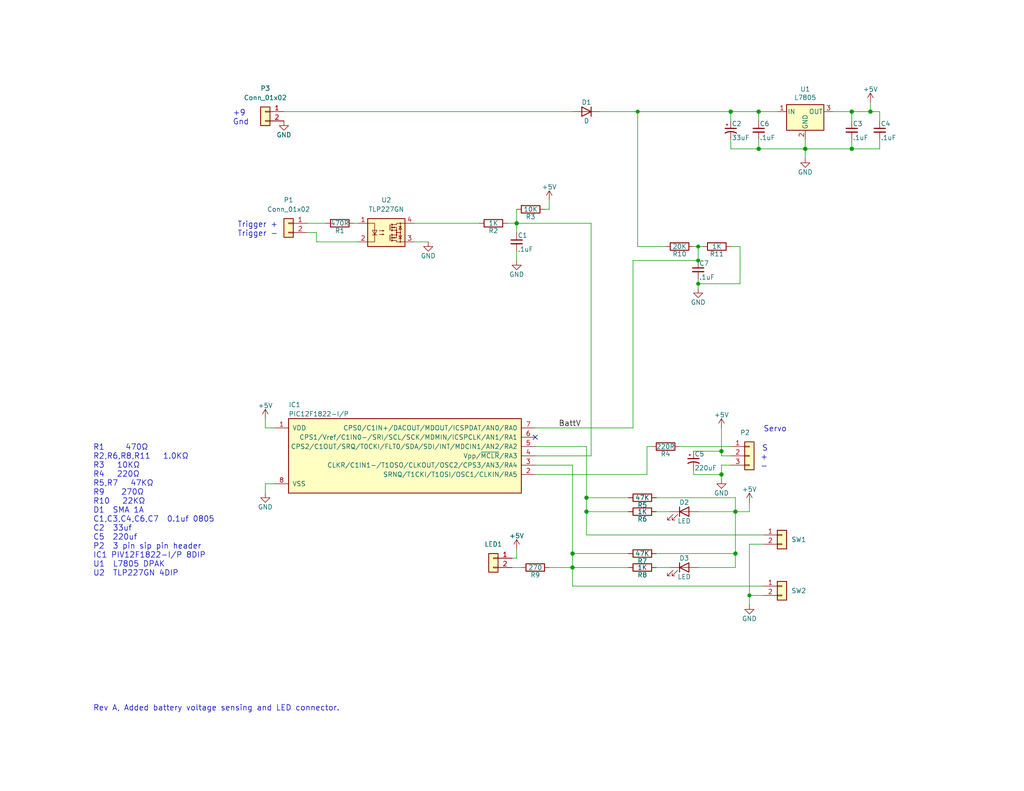
<source format=kicad_sch>
(kicad_sch (version 20230121) (generator eeschema)
  (paper "A")
  (title_block (title "Rocket Servo") (date "2022-12-11") (rev "A") (company "DMFE") (comment 1 "Altimeter triggered servo"))
  (lib_symbols
    (symbol "Connector_Generic:Conn_01x02" (pin_names (offset 1.016) hide)
      (property "Reference" "J" (at 0 2.54 0))
      (property "Value" "Conn_01x02" (at 0 -5.08 0))
      (symbol "Conn_01x02_1_1"
        (rectangle (start -1.27 -2.413) (end 0 -2.667) (stroke (width 0.1524)))
        (rectangle (start -1.27 0.127) (end 0 -0.127) (stroke (width 0.1524)))
        (rectangle (start -1.27 1.27) (end 1.27 -3.81) (stroke (width 0.254)) (fill (type background)))
        (pin passive line (at -5.08 0 0) (length 3.81) (name "Pin_1") (number "1"))
        (pin passive line (at -5.08 -2.54 0) (length 3.81) (name "Pin_2") (number "2"))
      )
    )
    (symbol "Connector_Generic:Conn_01x03" (pin_names (offset 1.016) hide)
      (property "Reference" "J" (at 0 5.08 0))
      (property "Value" "Conn_01x03" (at 0 -5.08 0))
      (symbol "Conn_01x03_1_1"
        (rectangle (start -1.27 -2.413) (end 0 -2.667) (stroke (width 0.1524)))
        (rectangle (start -1.27 0.127) (end 0 -0.127) (stroke (width 0.1524)))
        (rectangle (start -1.27 2.667) (end 0 2.413) (stroke (width 0.1524)))
        (rectangle (start -1.27 3.81) (end 1.27 -3.81) (stroke (width 0.254)) (fill (type background)))
        (pin passive line (at -5.08 2.54 0) (length 3.81) (name "Pin_1") (number "1"))
        (pin passive line (at -5.08 0 0) (length 3.81) (name "Pin_2") (number "2"))
        (pin passive line (at -5.08 -2.54 0) (length 3.81) (name "Pin_3") (number "3"))
      )
    )
    (symbol "Device:CP1_Small" (pin_numbers hide) (pin_names (offset 0.254) hide)
      (property "Reference" "C" (at 0.254 1.778 0))
      (property "Value" "CP1_Small" (at 0.254 -2.032 0))
      (symbol "CP1_Small_0_1"
        (polyline (pts (xy -1.524 0.508) (xy 1.524 0.508)) (stroke (width 0.3048)))
        (polyline (pts (xy -1.27 1.524) (xy -0.762 1.524)))
        (polyline (pts (xy -1.016 1.27) (xy -1.016 1.778)))
        (arc (start 1.524 -0.762) (mid 0 -0.3734) (end -1.524 -0.762) (stroke (width 0.3048)))
      )
      (symbol "CP1_Small_1_1"
        (pin passive line (at 0 2.54 270) (length 2.032) (name "~") (number "1"))
        (pin passive line (at 0 -2.54 90) (length 2.032) (name "~") (number "2"))
      )
    )
    (symbol "Device:C_Small" (pin_numbers hide) (pin_names (offset 0.254) hide)
      (property "Reference" "C" (at 0.254 1.778 0))
      (property "Value" "C_Small" (at 0.254 -2.032 0))
      (symbol "C_Small_0_1"
        (polyline (pts (xy -1.524 -0.508) (xy 1.524 -0.508)) (stroke (width 0.3302)))
        (polyline (pts (xy -1.524 0.508) (xy 1.524 0.508)) (stroke (width 0.3048)))
      )
      (symbol "C_Small_1_1"
        (pin passive line (at 0 2.54 270) (length 2.032) (name "~") (number "1"))
        (pin passive line (at 0 -2.54 90) (length 2.032) (name "~") (number "2"))
      )
    )
    (symbol "Device:D" (pin_numbers hide) (pin_names (offset 1.016) hide)
      (property "Reference" "D" (at 0 2.54 0))
      (property "Value" "D" (at 0 -2.54 0))
      (symbol "D_0_1"
        (polyline (pts (xy -1.27 1.27) (xy -1.27 -1.27)) (stroke (width 0.254)))
        (polyline (pts (xy 1.27 0) (xy -1.27 0)))
        (polyline (pts (xy 1.27 1.27) (xy 1.27 -1.27) (xy -1.27 0) (xy 1.27 1.27)) (stroke (width 0.254)))
      )
      (symbol "D_1_1"
        (pin passive line (at -3.81 0 0) (length 2.54) (name "K") (number "1"))
        (pin passive line (at 3.81 0 180) (length 2.54) (name "A") (number "2"))
      )
    )
    (symbol "Device:LED" (pin_numbers hide) (pin_names (offset 1.016) hide)
      (property "Reference" "D" (at 0 2.54 0))
      (property "Value" "LED" (at 0 -2.54 0))
      (symbol "LED_0_1"
        (polyline (pts (xy -1.27 -1.27) (xy -1.27 1.27)) (stroke (width 0.254)))
        (polyline (pts (xy -1.27 0) (xy 1.27 0)))
        (polyline (pts (xy 1.27 -1.27) (xy 1.27 1.27) (xy -1.27 0) (xy 1.27 -1.27)) (stroke (width 0.254)))
        (polyline (pts (xy -3.048 -0.762) (xy -4.572 -2.286) (xy -3.81 -2.286) (xy -4.572 -2.286) (xy -4.572 -1.524)))
        (polyline (pts (xy -1.778 -0.762) (xy -3.302 -2.286) (xy -2.54 -2.286) (xy -3.302 -2.286) (xy -3.302 -1.524)))
      )
      (symbol "LED_1_1"
        (pin passive line (at -3.81 0 0) (length 2.54) (name "K") (number "1"))
        (pin passive line (at 3.81 0 180) (length 2.54) (name "A") (number "2"))
      )
    )
    (symbol "Device:R" (pin_numbers hide) (pin_names (offset 0))
      (property "Reference" "R" (at 2.032 0 90))
      (property "Value" "R" (at 0 0 90))
      (symbol "R_0_1"
        (rectangle (start -1.016 -2.54) (end 1.016 2.54) (stroke (width 0.254)))
      )
      (symbol "R_1_1"
        (pin passive line (at 0 3.81 270) (length 1.27) (name "~") (number "1"))
        (pin passive line (at 0 -3.81 90) (length 1.27) (name "~") (number "2"))
      )
    )
    (symbol "RCSMCtrl-rescue:PIC12(L)F1822-I_P" (pin_names (offset 1.016))
      (property "Reference" "U" (at -31.75 13.97 0))
      (property "Value" "PIC12(L)F1822-I_P" (at -31.75 11.43 0))
      (symbol "PIC12(L)F1822-I_P_0_1"
        (rectangle (start 31.75 -10.16) (end -31.75 10.16) (stroke (width 0.254)) (fill (type background)))
      )
      (symbol "PIC12(L)F1822-I_P_1_1"
        (pin power_in line (at -35.56 7.62 0) (length 3.81) (name "VDD") (number "1"))
        (pin bidirectional line (at 35.56 -5.08 180) (length 3.81) (name "SRNQ/T1CKI/T1OSI/OSC1/CLKIN/RA5") (number "2"))
        (pin bidirectional line (at 35.56 -2.54 180) (length 3.81) (name "CLKR/C1IN1-/T1OSO/CLKOUT/OSC2/CPS3/AN3/RA4") (number "3"))
        (pin input line (at 35.56 0 180) (length 3.81) (name "Vpp/~{MCLR}/RA3") (number "4"))
        (pin bidirectional line (at 35.56 2.54 180) (length 3.81) (name "CPS2/C1OUT/SRQ/T0CKI/FLT0/SDA/SDI/INT/MDCIN1/AN2/RA2") (number "5"))
        (pin bidirectional line (at 35.56 5.08 180) (length 3.81) (name "CPS1/Vref/C1IN0-/SRI/SCL/SCK/MDMIN/ICSPCLK/AN1/RA1") (number "6"))
        (pin bidirectional line (at 35.56 7.62 180) (length 3.81) (name "CPS0/C1IN+/DACOUT/MDOUT/ICSPDAT/AN0/RA0") (number "7"))
        (pin power_in line (at -35.56 -7.62 0) (length 3.81) (name "VSS") (number "8"))
      )
    )
    (symbol "Regulator_Linear:L7805" (pin_names (offset 0.254))
      (property "Reference" "U" (at -3.81 3.175 0))
      (property "Value" "L7805" (at 0 3.175 0))
      (symbol "L7805_0_1"
        (rectangle (start -5.08 1.905) (end 5.08 -5.08) (stroke (width 0.254)) (fill (type background)))
      )
      (symbol "L7805_1_1"
        (pin power_in line (at -7.62 0 0) (length 2.54) (name "IN") (number "1"))
        (pin power_in line (at 0 -7.62 90) (length 2.54) (name "GND") (number "2"))
        (pin power_out line (at 7.62 0 180) (length 2.54) (name "OUT") (number "3"))
      )
    )
    (symbol "Relay_SolidState:TLP222A"
      (property "Reference" "U" (at -5.08 5.08 0))
      (property "Value" "TLP222A" (at 0 5.08 0))
      (symbol "TLP222A_0_1"
        (rectangle (start -5.08 3.81) (end 5.08 -3.81) (stroke (width 0.254)) (fill (type background)))
        (polyline (pts (xy -3.81 -0.635) (xy -2.54 -0.635)))
        (polyline (pts (xy 1.016 -0.635) (xy 1.016 -2.159)) (stroke (width 0.2032)))
        (polyline (pts (xy 1.016 2.159) (xy 1.016 0.635)) (stroke (width 0.2032)))
        (polyline (pts (xy 1.524 -0.508) (xy 1.524 -0.762)) (stroke (width 0.3556)))
        (polyline (pts (xy 2.794 0) (xy 3.81 0)))
        (polyline (pts (xy 3.429 -1.651) (xy 4.191 -1.651)))
        (polyline (pts (xy 3.429 1.651) (xy 4.191 1.651)))
        (polyline (pts (xy 3.81 -2.54) (xy 3.81 2.54)))
        (polyline (pts (xy 1.524 -2.032) (xy 1.524 -2.286) (xy 1.524 -2.286)) (stroke (width 0.3556)))
        (polyline (pts (xy 1.524 -1.27) (xy 1.524 -1.524) (xy 1.524 -1.524)) (stroke (width 0.3556)))
        (polyline (pts (xy 1.524 0.762) (xy 1.524 0.508) (xy 1.524 0.508)) (stroke (width 0.3556)))
        (polyline (pts (xy 1.524 1.524) (xy 1.524 1.27) (xy 1.524 1.27)) (stroke (width 0.3556)))
        (polyline (pts (xy 1.524 2.286) (xy 1.524 2.032) (xy 1.524 2.032)) (stroke (width 0.3556)))
        (polyline (pts (xy 1.651 -1.397) (xy 2.794 -1.397) (xy 2.794 -0.635)))
        (polyline (pts (xy 1.651 1.397) (xy 2.794 1.397) (xy 2.794 0.635)))
        (polyline (pts (xy -5.08 2.54) (xy -3.175 2.54) (xy -3.175 -2.54) (xy -5.08 -2.54)))
        (polyline (pts (xy -3.175 -0.635) (xy -3.81 0.635) (xy -2.54 0.635) (xy -3.175 -0.635)))
        (polyline (pts (xy 1.651 -2.159) (xy 2.794 -2.159) (xy 2.794 -2.54) (xy 5.08 -2.54)))
        (polyline (pts (xy 1.651 -0.635) (xy 2.794 -0.635) (xy 2.794 0.635) (xy 1.651 0.635)))
        (polyline (pts (xy 1.651 2.159) (xy 2.794 2.159) (xy 2.794 2.54) (xy 5.08 2.54)))
        (polyline (pts (xy 1.778 -1.397) (xy 2.286 -1.27) (xy 2.286 -1.524) (xy 1.778 -1.397)))
        (polyline (pts (xy 1.778 1.397) (xy 2.286 1.524) (xy 2.286 1.27) (xy 1.778 1.397)))
        (polyline (pts (xy 3.81 -1.651) (xy 3.429 -0.889) (xy 4.191 -0.889) (xy 3.81 -1.651)))
        (polyline (pts (xy 3.81 1.651) (xy 3.429 0.889) (xy 4.191 0.889) (xy 3.81 1.651)))
        (polyline (pts (xy -1.905 -0.508) (xy -0.635 -0.508) (xy -1.016 -0.635) (xy -1.016 -0.381) (xy -0.635 -0.508)))
        (polyline (pts (xy -1.905 0.508) (xy -0.635 0.508) (xy -1.016 0.381) (xy -1.016 0.635) (xy -0.635 0.508)))
        (circle (center 2.794 -0.635) (radius 0.127))
        (circle (center 2.794 0) (radius 0.127))
        (circle (center 2.794 0.635) (radius 0.127))
        (circle (center 3.81 -2.54) (radius 0.127))
        (circle (center 3.81 0) (radius 0.127))
        (circle (center 3.81 2.54) (radius 0.127))
      )
      (symbol "TLP222A_1_1"
        (pin passive line (at -7.62 2.54 0) (length 2.54) (name "~") (number "1"))
        (pin passive line (at -7.62 -2.54 0) (length 2.54) (name "~") (number "2"))
        (pin passive line (at 7.62 -2.54 180) (length 2.54) (name "~") (number "3"))
        (pin passive line (at 7.62 2.54 180) (length 2.54) (name "~") (number "4"))
      )
    )
    (symbol "power:+5V" (power) (pin_names (offset 0))
      (property "Value" "+5V" (at 0 3.556 0))
      (symbol "+5V_0_1"
        (polyline (pts (xy -0.762 1.27) (xy 0 2.54)))
        (polyline (pts (xy 0 0) (xy 0 2.54)))
        (polyline (pts (xy 0 2.54) (xy 0.762 1.27)))
      )
      (symbol "+5V_1_1"
        (pin power_in line (at 0 0 90) (length 0) hide (name "+5V") (number "1"))
      )
    )
    (symbol "power:GND" (power) (pin_names (offset 0))
      (property "Value" "GND" (at 0 -3.81 0))
      (symbol "GND_0_1"
        (polyline (pts (xy 0 0) (xy 0 -1.27) (xy 1.27 -1.27) (xy 0 -2.54) (xy -1.27 -1.27) (xy 0 -1.27)))
      )
      (symbol "GND_1_1"
        (pin power_in line (at 0 0 270) (length 0) hide (name "GND") (number "1"))
      )
    )
  )
  (junction (at 204.47 162.56))
  (junction (at 237.49 30.48) (diameter 1.016))
  (junction (at 196.85 129.54) (diameter 1.016))
  (junction (at 207.01 30.48) (diameter 1.016))
  (junction (at 160.02 135.89) (diameter 1.016))
  (junction (at 190.5 71.12))
  (junction (at 232.41 40.64) (diameter 1.016))
  (junction (at 200.66 139.7) (diameter 1.016))
  (junction (at 232.41 30.48) (diameter 1.016))
  (junction (at 140.97 60.96) (diameter 1.016))
  (junction (at 190.5 67.31))
  (junction (at 199.39 30.48) (diameter 1.016))
  (junction (at 207.01 40.64) (diameter 1.016))
  (junction (at 190.5 77.47))
  (junction (at 219.71 40.64) (diameter 1.016))
  (junction (at 200.66 151.13) (diameter 1.016))
  (junction (at 160.02 139.7) (diameter 1.016))
  (junction (at 173.99 30.48))
  (junction (at 156.21 151.13) (diameter 1.016))
  (junction (at 156.21 154.94) (diameter 1.016))
  (junction (at 196.85 123.19) (diameter 1.016))
  (no_connect (at 146.05 119.38))
  (wire (pts (xy 207.01 40.64) (xy 219.71 40.64)))
  (wire (pts (xy 179.07 151.13) (xy 200.66 151.13)))
  (wire (pts (xy 204.47 162.56) (xy 208.28 162.56)))
  (wire (pts (xy 83.82 60.96) (xy 88.9 60.96)))
  (wire (pts (xy 237.49 30.48) (xy 240.03 30.48)))
  (wire (pts (xy 138.43 60.96) (xy 140.97 60.96)))
  (wire (pts (xy 72.39 116.84) (xy 74.93 116.84)))
  (wire (pts (xy 172.72 71.12) (xy 190.5 71.12)))
  (wire (pts (xy 189.23 128.27) (xy 189.23 129.54)))
  (wire (pts (xy 179.07 154.94) (xy 182.88 154.94)))
  (wire (pts (xy 237.49 30.48) (xy 237.49 27.94)))
  (wire (pts (xy 201.93 67.31) (xy 201.93 77.47)))
  (wire (pts (xy 140.97 60.96) (xy 140.97 63.5)))
  (wire (pts (xy 139.7 154.94) (xy 142.24 154.94)))
  (wire (pts (xy 72.39 134.62) (xy 72.39 132.08)))
  (wire (pts (xy 160.02 139.7) (xy 171.45 139.7)))
  (wire (pts (xy 190.5 139.7) (xy 200.66 139.7)))
  (wire (pts (xy 156.21 127) (xy 156.21 151.13)))
  (wire (pts (xy 219.71 40.64) (xy 232.41 40.64)))
  (wire (pts (xy 140.97 152.4) (xy 139.7 152.4)))
  (wire (pts (xy 86.36 63.5) (xy 86.36 66.04)))
  (wire (pts (xy 208.28 148.59) (xy 204.47 148.59)))
  (wire (pts (xy 200.66 139.7) (xy 200.66 151.13)))
  (wire (pts (xy 190.5 76.2) (xy 190.5 77.47)))
  (wire (pts (xy 173.99 67.31) (xy 173.99 30.48)))
  (wire (pts (xy 189.23 67.31) (xy 190.5 67.31)))
  (wire (pts (xy 149.86 57.15) (xy 148.59 57.15)))
  (wire (pts (xy 160.02 135.89) (xy 160.02 139.7)))
  (wire (pts (xy 173.99 30.48) (xy 199.39 30.48)))
  (wire (pts (xy 199.39 124.46) (xy 196.85 124.46)))
  (wire (pts (xy 232.41 33.02) (xy 232.41 30.48)))
  (wire (pts (xy 232.41 30.48) (xy 237.49 30.48)))
  (wire (pts (xy 146.05 116.84) (xy 172.72 116.84)))
  (wire (pts (xy 204.47 139.7) (xy 204.47 137.16)))
  (wire (pts (xy 196.85 123.19) (xy 196.85 116.84)))
  (wire (pts (xy 160.02 121.92) (xy 160.02 135.89)))
  (wire (pts (xy 149.86 154.94) (xy 156.21 154.94)))
  (wire (pts (xy 161.29 60.96) (xy 140.97 60.96)))
  (wire (pts (xy 160.02 139.7) (xy 160.02 146.05)))
  (wire (pts (xy 199.39 67.31) (xy 201.93 67.31)))
  (wire (pts (xy 227.33 30.48) (xy 232.41 30.48)))
  (wire (pts (xy 201.93 77.47) (xy 190.5 77.47)))
  (wire (pts (xy 149.86 54.61) (xy 149.86 57.15)))
  (wire (pts (xy 196.85 127) (xy 196.85 129.54)))
  (wire (pts (xy 161.29 124.46) (xy 146.05 124.46)))
  (wire (pts (xy 83.82 63.5) (xy 86.36 63.5)))
  (wire (pts (xy 113.03 60.96) (xy 130.81 60.96)))
  (wire (pts (xy 146.05 129.54) (xy 176.53 129.54)))
  (wire (pts (xy 156.21 154.94) (xy 156.21 160.02)))
  (wire (pts (xy 196.85 124.46) (xy 196.85 123.19)))
  (wire (pts (xy 219.71 40.64) (xy 219.71 43.18)))
  (wire (pts (xy 190.5 67.31) (xy 190.5 71.12)))
  (wire (pts (xy 200.66 135.89) (xy 200.66 139.7)))
  (wire (pts (xy 232.41 40.64) (xy 240.03 40.64)))
  (wire (pts (xy 200.66 151.13) (xy 200.66 154.94)))
  (wire (pts (xy 199.39 38.1) (xy 199.39 40.64)))
  (wire (pts (xy 163.83 30.48) (xy 173.99 30.48)))
  (wire (pts (xy 140.97 149.86) (xy 140.97 152.4)))
  (wire (pts (xy 199.39 121.92) (xy 185.42 121.92)))
  (wire (pts (xy 199.39 33.02) (xy 199.39 30.48)))
  (wire (pts (xy 72.39 114.3) (xy 72.39 116.84)))
  (wire (pts (xy 146.05 127) (xy 156.21 127)))
  (wire (pts (xy 160.02 135.89) (xy 171.45 135.89)))
  (wire (pts (xy 176.53 129.54) (xy 176.53 121.92)))
  (wire (pts (xy 219.71 38.1) (xy 219.71 40.64)))
  (wire (pts (xy 140.97 71.12) (xy 140.97 68.58)))
  (wire (pts (xy 156.21 151.13) (xy 171.45 151.13)))
  (wire (pts (xy 189.23 129.54) (xy 196.85 129.54)))
  (wire (pts (xy 190.5 77.47) (xy 190.5 78.74)))
  (wire (pts (xy 113.03 66.04) (xy 116.84 66.04)))
  (wire (pts (xy 240.03 40.64) (xy 240.03 38.1)))
  (wire (pts (xy 207.01 33.02) (xy 207.01 30.48)))
  (wire (pts (xy 156.21 154.94) (xy 171.45 154.94)))
  (wire (pts (xy 146.05 121.92) (xy 160.02 121.92)))
  (wire (pts (xy 172.72 116.84) (xy 172.72 71.12)))
  (wire (pts (xy 199.39 127) (xy 196.85 127)))
  (wire (pts (xy 199.39 30.48) (xy 207.01 30.48)))
  (wire (pts (xy 200.66 135.89) (xy 179.07 135.89)))
  (wire (pts (xy 204.47 148.59) (xy 204.47 162.56)))
  (wire (pts (xy 160.02 146.05) (xy 208.28 146.05)))
  (wire (pts (xy 181.61 67.31) (xy 173.99 67.31)))
  (wire (pts (xy 204.47 162.56) (xy 204.47 165.1)))
  (wire (pts (xy 140.97 60.96) (xy 140.97 57.15)))
  (wire (pts (xy 179.07 139.7) (xy 182.88 139.7)))
  (wire (pts (xy 161.29 60.96) (xy 161.29 124.46)))
  (wire (pts (xy 176.53 121.92) (xy 177.8 121.92)))
  (wire (pts (xy 156.21 151.13) (xy 156.21 154.94)))
  (wire (pts (xy 240.03 30.48) (xy 240.03 33.02)))
  (wire (pts (xy 207.01 38.1) (xy 207.01 40.64)))
  (wire (pts (xy 86.36 66.04) (xy 97.79 66.04)))
  (wire (pts (xy 189.23 123.19) (xy 196.85 123.19)))
  (wire (pts (xy 200.66 154.94) (xy 190.5 154.94)))
  (wire (pts (xy 207.01 30.48) (xy 212.09 30.48)))
  (wire (pts (xy 190.5 67.31) (xy 191.77 67.31)))
  (wire (pts (xy 156.21 160.02) (xy 208.28 160.02)))
  (wire (pts (xy 200.66 139.7) (xy 204.47 139.7)))
  (wire (pts (xy 196.85 129.54) (xy 196.85 130.81)))
  (wire (pts (xy 96.52 60.96) (xy 97.79 60.96)))
  (wire (pts (xy 72.39 132.08) (xy 74.93 132.08)))
  (wire (pts (xy 232.41 38.1) (xy 232.41 40.64)))
  (wire (pts (xy 77.47 30.48) (xy 156.21 30.48)))
  (wire (pts (xy 199.39 40.64) (xy 207.01 40.64)))
  (text "+9\nGnd" (at 63.5 34.29 0) (effects (font (size 1.524 1.524)) (justify left bottom)))
  (text "R1     470Ω\nR2,R6,R8,R11   1.0KΩ\nR3   10KΩ\nR4   220Ω\nR5,R7   47KΩ\nR9    270Ω\nR10   22KΩ\nD1  SMA 1A\nC1,C3,C4,C6,C7  0.1uf 0805\nC2  33uf\nC5  220uf\nP2  3 pin sip pin header\nIC1 PIV12F1822-I/P 8DIP\nU1  L7805 DPAK\nU2  TLP227GN 4DIP\n" (at 25.4 157.48 0) (effects (font (size 1.524 1.524)) (justify left bottom)))
  (text "Rev A, Added battery voltage sensing and LED connector." (at 25.4 194.31 0) (effects (font (size 1.524 1.524)) (justify left bottom)))
  (text "S\n+\n-" (at 209.55 128.27 0) (effects (font (size 1.524 1.524)) (justify right bottom)))
  (text "Trigger +\nTrigger -" (at 64.77 64.77 0) (effects (font (size 1.524 1.524)) (justify left bottom)))
  (text "Servo" (at 208.28 118.11 0) (effects (font (size 1.524 1.524)) (justify left bottom)))
  (label "BattV" (at 152.4 116.84 0) (effects (font (size 1.524 1.524))))
  (symbol (lib_id "RCSMCtrl-rescue:PIC12(L)F1822-I_P") (at 110.49 124.46 0) (unit 1)
    (property "Reference" "IC1" (at 78.74 110.49 0) (effects (justify left)))
    (property "Value" "PIC12F1822-I/P" (at 78.74 113.03 0) (effects (justify left)))
    (property "Footprint" "Package_DIP:DIP-8_W7.62mm_LongPads" (effects hide))
  )
  (symbol (lib_id "Device:D") (at 160.02 30.48 0) (mirror y) (unit 1)
    (property "Reference" "D1" (at 160.02 27.94 0))
    (property "Value" "D" (at 160.02 33.02 0))
    (property "Footprint" "Diode_SMD:D_SMA" (effects hide))
  )
  (symbol (lib_id "Device:CP1_Small") (at 199.39 35.56 0) (unit 1)
    (property "Reference" "C2" (at 199.644 33.782 0) (effects (justify left)))
    (property "Value" "33uF" (at 199.644 37.592 0) (effects (justify left)))
    (property "Footprint" "Capacitor_THT:CP_Radial_D6.3mm_P2.50mm" (effects hide))
  )
  (symbol (lib_id "Device:C_Small") (at 232.41 35.56 0) (unit 1)
    (property "Reference" "C3" (at 232.664 33.782 0) (effects (justify left)))
    (property "Value" ".1uF" (at 232.664 37.592 0) (effects (justify left)))
    (property "Footprint" "Capacitor_SMD:C_0805_2012Metric_Pad1.18x1.45mm_HandSolder" (effects hide))
  )
  (symbol (lib_id "Device:C_Small") (at 240.03 35.56 0) (unit 1)
    (property "Reference" "C4" (at 240.284 33.782 0) (effects (justify left)))
    (property "Value" ".1uF" (at 240.284 37.592 0) (effects (justify left)))
    (property "Footprint" "Capacitor_SMD:C_0805_2012Metric_Pad1.18x1.45mm_HandSolder" (effects hide))
  )
  (symbol (lib_id "power:+5V") (at 237.49 27.94 0) (unit 1)
    (property "Reference" "#PWR01" (effects hide))
    (property "Value" "+5V" (at 237.49 24.384 0))
  )
  (symbol (lib_id "power:GND") (at 219.71 43.18 0) (unit 1)
    (property "Reference" "#PWR02" (effects hide))
    (property "Value" "GND" (at 219.71 46.99 0))
  )
  (symbol (lib_id "power:+5V") (at 196.85 116.84 0) (unit 1)
    (property "Reference" "#PWR05" (effects hide))
    (property "Value" "+5V" (at 196.85 113.284 0))
  )
  (symbol (lib_id "power:GND") (at 196.85 130.81 0) (unit 1)
    (property "Reference" "#PWR06" (effects hide))
    (property "Value" "GND" (at 196.85 134.62 0))
  )
  (symbol (lib_id "Device:R") (at 181.61 121.92 270) (unit 1)
    (property "Reference" "R4" (at 181.61 123.952 90))
    (property "Value" "220R" (at 181.61 121.92 90))
    (property "Footprint" "Resistor_SMD:R_0805_2012Metric_Pad1.20x1.40mm_HandSolder" (effects hide))
  )
  (symbol (lib_id "power:+5V") (at 72.39 114.3 0) (unit 1)
    (property "Reference" "#PWR07" (effects hide))
    (property "Value" "+5V" (at 72.39 110.744 0))
  )
  (symbol (lib_id "power:GND") (at 72.39 134.62 0) (unit 1)
    (property "Reference" "#PWR08" (effects hide))
    (property "Value" "GND" (at 72.39 138.43 0))
  )
  (symbol (lib_id "Device:R") (at 134.62 60.96 270) (unit 1)
    (property "Reference" "R2" (at 134.62 62.992 90))
    (property "Value" "1K" (at 134.62 60.96 90))
    (property "Footprint" "Resistor_SMD:R_0805_2012Metric_Pad1.20x1.40mm_HandSolder" (effects hide))
  )
  (symbol (lib_id "Device:R") (at 144.78 57.15 270) (unit 1)
    (property "Reference" "R3" (at 144.78 59.182 90))
    (property "Value" "10K" (at 144.78 57.15 90))
    (property "Footprint" "Resistor_SMD:R_0805_2012Metric_Pad1.20x1.40mm_HandSolder" (effects hide))
  )
  (symbol (lib_id "Device:C_Small") (at 140.97 66.04 0) (unit 1)
    (property "Reference" "C1" (at 141.224 64.262 0) (effects (justify left)))
    (property "Value" ".1uF" (at 141.224 68.072 0) (effects (justify left)))
    (property "Footprint" "Capacitor_SMD:C_0805_2012Metric_Pad1.18x1.45mm_HandSolder" (effects hide))
  )
  (symbol (lib_id "power:+5V") (at 149.86 54.61 0) (unit 1)
    (property "Reference" "#PWR010" (effects hide))
    (property "Value" "+5V" (at 149.86 51.054 0))
  )
  (symbol (lib_id "power:GND") (at 140.97 71.12 0) (unit 1)
    (property "Reference" "#PWR011" (effects hide))
    (property "Value" "GND" (at 140.97 74.93 0))
  )
  (symbol (lib_id "Device:LED") (at 186.69 139.7 0) (unit 1)
    (property "Reference" "D2" (at 186.69 137.16 0))
    (property "Value" "LED" (at 186.69 142.24 0))
    (property "Footprint" "LED_SMD:LED_1206_3216Metric_Pad1.42x1.75mm_HandSolder" (effects hide))
  )
  (symbol (lib_id "Device:LED") (at 186.69 154.94 0) (unit 1)
    (property "Reference" "D3" (at 186.69 152.4 0))
    (property "Value" "LED" (at 186.69 157.48 0))
    (property "Footprint" "LED_SMD:LED_1206_3216Metric_Pad1.42x1.75mm_HandSolder" (effects hide))
  )
  (symbol (lib_id "power:+5V") (at 204.47 137.16 0) (unit 1)
    (property "Reference" "#PWR012" (effects hide))
    (property "Value" "+5V" (at 204.47 133.604 0))
  )
  (symbol (lib_id "Device:R") (at 175.26 139.7 270) (unit 1)
    (property "Reference" "R6" (at 175.26 141.732 90))
    (property "Value" "1K" (at 175.26 139.7 90))
    (property "Footprint" "Resistor_SMD:R_0805_2012Metric_Pad1.20x1.40mm_HandSolder" (effects hide))
  )
  (symbol (lib_id "Device:R") (at 175.26 154.94 270) (unit 1)
    (property "Reference" "R8" (at 175.26 156.972 90))
    (property "Value" "1K" (at 175.26 154.94 90))
    (property "Footprint" "Resistor_SMD:R_0805_2012Metric_Pad1.20x1.40mm_HandSolder" (effects hide))
  )
  (symbol (lib_id "Device:R") (at 175.26 135.89 270) (unit 1)
    (property "Reference" "R5" (at 175.26 137.922 90))
    (property "Value" "47K" (at 175.26 135.89 90))
    (property "Footprint" "Resistor_SMD:R_0805_2012Metric_Pad1.20x1.40mm_HandSolder" (effects hide))
  )
  (symbol (lib_id "Device:R") (at 175.26 151.13 270) (unit 1)
    (property "Reference" "R7" (at 175.26 153.162 90))
    (property "Value" "47K" (at 175.26 151.13 90))
    (property "Footprint" "Resistor_SMD:R_0805_2012Metric_Pad1.20x1.40mm_HandSolder" (effects hide))
  )
  (symbol (lib_id "power:GND") (at 204.47 165.1 0) (unit 1)
    (property "Reference" "#PWR013" (effects hide))
    (property "Value" "GND" (at 204.47 168.91 0))
  )
  (symbol (lib_id "Connector_Generic:Conn_01x03") (at 204.47 124.46 0) (unit 1)
    (property "Reference" "P2" (at 201.93 118.11 0) (effects (justify left)))
    (property "Value" "Conn_01x03" (effects hide))
    (property "Footprint" "Connector_PinHeader_2.54mm:PinHeader_1x03_P2.54mm_Vertical" (effects hide))
  )
  (symbol (lib_id "Regulator_Linear:L7805") (at 219.71 30.48 0) (unit 1)
    (property "Reference" "U1" (at 219.71 24.3332 0))
    (property "Value" "L7805" (at 219.71 26.6446 0))
    (property "Footprint" "Package_TO_SOT_SMD:TO-252-3_TabPin2" (effects hide))
    (property "Datasheet" "http://www.st.com/content/ccc/resource/technical/document/datasheet/41/4f/b3/b0/12/d4/47/88/CD00000444.pdf/files/CD00000444.pdf/jcr:content/translations/en.CD00000444.pdf" (effects hide))
  )
  (symbol (lib_id "Device:CP1_Small") (at 189.23 125.73 0) (unit 1)
    (property "Reference" "C5" (at 189.484 123.952 0) (effects (justify left)))
    (property "Value" "220uF" (at 189.484 127.762 0) (effects (justify left)))
    (property "Footprint" "Capacitor_THT:CP_Radial_D6.3mm_P2.50mm" (effects hide))
  )
  (symbol (lib_id "Device:C_Small") (at 207.01 35.56 0) (unit 1)
    (property "Reference" "C6" (at 207.264 33.782 0) (effects (justify left)))
    (property "Value" ".1uF" (at 207.264 37.592 0) (effects (justify left)))
    (property "Footprint" "Capacitor_SMD:C_0805_2012Metric_Pad1.18x1.45mm_HandSolder" (effects hide))
  )
  (symbol (lib_id "power:GND") (at 116.84 66.04 0) (unit 1)
    (property "Reference" "#PWR0102" (effects hide))
    (property "Value" "GND" (at 116.84 69.85 0))
  )
  (symbol (lib_id "Device:R") (at 146.05 154.94 270) (unit 1)
    (property "Reference" "R9" (at 146.05 156.972 90))
    (property "Value" "270" (at 146.05 154.94 90))
    (property "Footprint" "Resistor_SMD:R_0805_2012Metric_Pad1.20x1.40mm_HandSolder" (effects hide))
  )
  (symbol (lib_id "Connector_Generic:Conn_01x02") (at 134.62 152.4 0) (mirror y) (unit 1)
    (property "Reference" "LED1" (at 134.62 148.59 0))
    (property "Value" "Conn_01x02" (effects hide))
    (property "Footprint" "Connector_PinHeader_2.54mm:PinHeader_1x02_P2.54mm_Vertical" (effects hide))
  )
  (symbol (lib_id "Relay_SolidState:TLP222A") (at 105.41 63.5 0) (unit 1)
    (property "Reference" "U2" (at 105.41 54.61 0))
    (property "Value" "TLP227GN" (at 105.41 57.15 0))
    (property "Footprint" "Package_DIP:DIP-4_W7.62mm_LongPads" (effects hide))
    (property "Datasheet" "https://toshiba.semicon-storage.com/info/docget.jsp?did=17036&prodName=TLP222A" (effects hide))
  )
  (symbol (lib_id "Connector_Generic:Conn_01x02") (at 78.74 60.96 0) (mirror y) (unit 1)
    (property "Reference" "P1" (at 78.74 54.61 0))
    (property "Value" "Conn_01x02" (at 78.74 57.15 0))
    (property "Footprint" "Connector_PinHeader_2.54mm:PinHeader_1x02_P2.54mm_Horizontal" (effects hide))
  )
  (symbol (lib_id "Device:C_Small") (at 190.5 73.66 0) (unit 1)
    (property "Reference" "C7" (at 190.754 71.882 0) (effects (justify left)))
    (property "Value" ".1uF" (at 190.754 75.692 0) (effects (justify left)))
    (property "Footprint" "Capacitor_SMD:C_0805_2012Metric_Pad1.18x1.45mm_HandSolder" (effects hide))
  )
  (symbol (lib_id "power:GND") (at 77.47 33.02 0) (unit 1)
    (property "Reference" "#PWR0101" (effects hide))
    (property "Value" "GND" (at 77.47 36.83 0))
  )
  (symbol (lib_id "Device:R") (at 185.42 67.31 270) (unit 1)
    (property "Reference" "R10" (at 185.42 69.342 90))
    (property "Value" "20K" (at 185.42 67.31 90))
    (property "Footprint" "Resistor_SMD:R_0805_2012Metric_Pad1.20x1.40mm_HandSolder" (effects hide))
  )
  (symbol (lib_id "Connector_Generic:Conn_01x02") (at 213.36 160.02 0) (unit 1)
    (property "Reference" "SW2" (at 215.9 161.2899 0) (effects (justify left)))
    (property "Value" "Conn_01x02" (effects hide))
    (property "Footprint" "Connector_PinHeader_2.54mm:PinHeader_1x02_P2.54mm_Vertical" (effects hide))
  )
  (symbol (lib_id "Connector_Generic:Conn_01x02") (at 72.39 30.48 0) (mirror y) (unit 1)
    (property "Reference" "P3" (at 72.39 24.13 0))
    (property "Value" "Conn_01x02" (at 72.39 26.67 0))
    (property "Footprint" "Connector_PinHeader_2.54mm:PinHeader_1x02_P2.54mm_Vertical" (effects hide))
  )
  (symbol (lib_id "Connector_Generic:Conn_01x02") (at 213.36 146.05 0) (unit 1)
    (property "Reference" "SW1" (at 215.9 147.3199 0) (effects (justify left)))
    (property "Value" "Conn_01x02" (effects hide))
    (property "Footprint" "Connector_PinHeader_2.54mm:PinHeader_1x02_P2.54mm_Vertical" (effects hide))
  )
  (symbol (lib_id "Device:R") (at 195.58 67.31 270) (unit 1)
    (property "Reference" "R11" (at 195.58 69.342 90))
    (property "Value" "1K" (at 195.58 67.31 90))
    (property "Footprint" "Resistor_SMD:R_0805_2012Metric_Pad1.20x1.40mm_HandSolder" (effects hide))
  )
  (symbol (lib_id "power:GND") (at 190.5 78.74 0) (unit 1)
    (property "Reference" "#PWR04" (effects hide))
    (property "Value" "GND" (at 190.5 82.55 0))
  )
  (symbol (lib_id "power:+5V") (at 140.97 149.86 0) (unit 1)
    (property "Reference" "#PWR03" (effects hide))
    (property "Value" "+5V" (at 140.97 146.304 0))
  )
  (symbol (lib_id "Device:R") (at 92.71 60.96 270) (unit 1)
    (property "Reference" "R1" (at 92.71 62.992 90))
    (property "Value" "470R" (at 92.71 60.96 90))
    (property "Footprint" "Resistor_SMD:R_0805_2012Metric_Pad1.20x1.40mm_HandSolder" (effects hide))
  )
)
</source>
